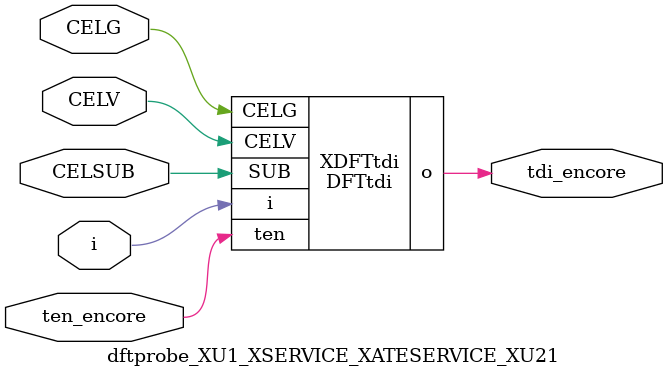
<source format=v>


module DFTtdi ( o, CELV, SUB, i, ten, CELG );

  input CELV;
  input ten;
  input i;
  output o;
  input CELG;
  input SUB;
endmodule


module dftprobe_XU1_XSERVICE_XATESERVICE_XU21 (i,tdi_encore,ten_encore,CELG,CELSUB,CELV);
input  i;
output  tdi_encore;
input  ten_encore;
input  CELG;
input  CELSUB;
input  CELV;

DFTtdi XDFTtdi(
  .i (i),
  .o (tdi_encore),
  .ten (ten_encore),
  .CELG (CELG),
  .SUB (CELSUB),
  .CELV (CELV)
);

endmodule


</source>
